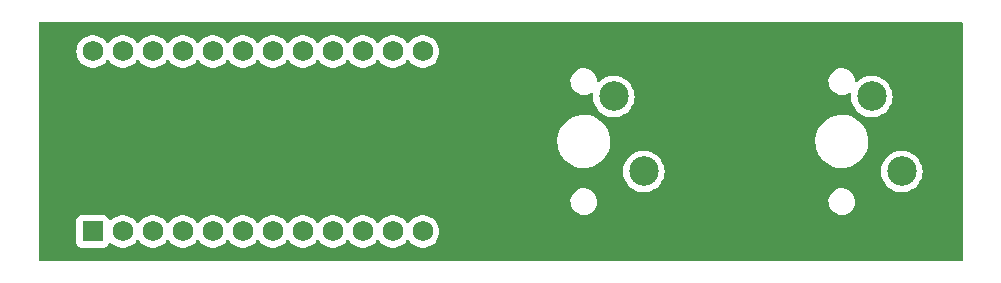
<source format=gbl>
%TF.GenerationSoftware,KiCad,Pcbnew,7.0.10*%
%TF.CreationDate,2024-02-06T21:46:11+00:00*%
%TF.ProjectId,mini_keyboard,6d696e69-5f6b-4657-9962-6f6172642e6b,rev?*%
%TF.SameCoordinates,Original*%
%TF.FileFunction,Copper,L2,Bot*%
%TF.FilePolarity,Positive*%
%FSLAX46Y46*%
G04 Gerber Fmt 4.6, Leading zero omitted, Abs format (unit mm)*
G04 Created by KiCad (PCBNEW 7.0.10) date 2024-02-06 21:46:11*
%MOMM*%
%LPD*%
G01*
G04 APERTURE LIST*
%TA.AperFunction,ComponentPad*%
%ADD10C,2.500000*%
%TD*%
%TA.AperFunction,ComponentPad*%
%ADD11R,1.752600X1.752600*%
%TD*%
%TA.AperFunction,ComponentPad*%
%ADD12C,1.752600*%
%TD*%
G04 APERTURE END LIST*
D10*
%TO.P,S2,1,1*%
%TO.N,GND*%
X172720000Y-96520000D03*
%TO.P,S2,2,2*%
%TO.N,BTN 2*%
X175260000Y-102870000D03*
%TD*%
D11*
%TO.P,U1,1,TX0/PD3*%
%TO.N,unconnected-(U1-TX0{slash}PD3-Pad1)*%
X106750000Y-107950000D03*
D12*
%TO.P,U1,2,RX1/PD2*%
%TO.N,unconnected-(U1-RX1{slash}PD2-Pad2)*%
X109290000Y-107950000D03*
%TO.P,U1,3,GND*%
%TO.N,unconnected-(U1-GND-Pad3)*%
X111830000Y-107950000D03*
%TO.P,U1,4,GND*%
%TO.N,GND*%
X114370000Y-107950000D03*
%TO.P,U1,5,2/PD1*%
%TO.N,BTN 1*%
X116910000Y-107950000D03*
%TO.P,U1,6,3/PD0*%
%TO.N,BTN 2*%
X119450000Y-107950000D03*
%TO.P,U1,7,4/PD4*%
%TO.N,unconnected-(U1-4{slash}PD4-Pad7)*%
X121990000Y-107950000D03*
%TO.P,U1,8,5/PC6*%
%TO.N,unconnected-(U1-5{slash}PC6-Pad8)*%
X124530000Y-107950000D03*
%TO.P,U1,9,6/PD7*%
%TO.N,unconnected-(U1-6{slash}PD7-Pad9)*%
X127070000Y-107950000D03*
%TO.P,U1,10,7/PE6*%
%TO.N,unconnected-(U1-7{slash}PE6-Pad10)*%
X129610000Y-107950000D03*
%TO.P,U1,11,8/PB4*%
%TO.N,unconnected-(U1-8{slash}PB4-Pad11)*%
X132150000Y-107950000D03*
%TO.P,U1,12,9/PB5*%
%TO.N,unconnected-(U1-9{slash}PB5-Pad12)*%
X134690000Y-107950000D03*
%TO.P,U1,13,10/PB6*%
%TO.N,unconnected-(U1-10{slash}PB6-Pad13)*%
X134690000Y-92710000D03*
%TO.P,U1,14,16/PB2*%
%TO.N,unconnected-(U1-16{slash}PB2-Pad14)*%
X132150000Y-92710000D03*
%TO.P,U1,15,14/PB3*%
%TO.N,unconnected-(U1-14{slash}PB3-Pad15)*%
X129610000Y-92710000D03*
%TO.P,U1,16,15/PB1*%
%TO.N,unconnected-(U1-15{slash}PB1-Pad16)*%
X127070000Y-92710000D03*
%TO.P,U1,17,A0/PF7*%
%TO.N,unconnected-(U1-A0{slash}PF7-Pad17)*%
X124530000Y-92710000D03*
%TO.P,U1,18,A1/PF6*%
%TO.N,unconnected-(U1-A1{slash}PF6-Pad18)*%
X121990000Y-92710000D03*
%TO.P,U1,19,A2/PF5*%
%TO.N,unconnected-(U1-A2{slash}PF5-Pad19)*%
X119450000Y-92710000D03*
%TO.P,U1,20,A3/PF4*%
%TO.N,unconnected-(U1-A3{slash}PF4-Pad20)*%
X116910000Y-92710000D03*
%TO.P,U1,21,VCC*%
%TO.N,unconnected-(U1-VCC-Pad21)*%
X114370000Y-92710000D03*
%TO.P,U1,22,RST*%
%TO.N,unconnected-(U1-RST-Pad22)*%
X111830000Y-92710000D03*
%TO.P,U1,23,GND*%
%TO.N,unconnected-(U1-GND-Pad23)*%
X109290000Y-92710000D03*
%TO.P,U1,24,RAW*%
%TO.N,unconnected-(U1-RAW-Pad24)*%
X106750000Y-92710000D03*
%TD*%
D10*
%TO.P,S1,1,1*%
%TO.N,GND*%
X150876000Y-96520000D03*
%TO.P,S1,2,2*%
%TO.N,BTN 1*%
X153416000Y-102870000D03*
%TD*%
%TA.AperFunction,NonConductor*%
G36*
X180349539Y-90190185D02*
G01*
X180395294Y-90242989D01*
X180406500Y-90294500D01*
X180406500Y-110365500D01*
X180386815Y-110432539D01*
X180334011Y-110478294D01*
X180282500Y-110489500D01*
X102299500Y-110489500D01*
X102232461Y-110469815D01*
X102186706Y-110417011D01*
X102175500Y-110365500D01*
X102175500Y-108874170D01*
X105373200Y-108874170D01*
X105373201Y-108874176D01*
X105379608Y-108933783D01*
X105429902Y-109068628D01*
X105429906Y-109068635D01*
X105516152Y-109183844D01*
X105516155Y-109183847D01*
X105631364Y-109270093D01*
X105631371Y-109270097D01*
X105766217Y-109320391D01*
X105766216Y-109320391D01*
X105773144Y-109321135D01*
X105825827Y-109326800D01*
X107674172Y-109326799D01*
X107733783Y-109320391D01*
X107868631Y-109270096D01*
X107983846Y-109183846D01*
X108070096Y-109068631D01*
X108108586Y-108965434D01*
X108150457Y-108909500D01*
X108215921Y-108885083D01*
X108284194Y-108899934D01*
X108315994Y-108924781D01*
X108354323Y-108966417D01*
X108534381Y-109106561D01*
X108735050Y-109215158D01*
X108950857Y-109289245D01*
X109175915Y-109326800D01*
X109404085Y-109326800D01*
X109629143Y-109289245D01*
X109844950Y-109215158D01*
X110045619Y-109106561D01*
X110225677Y-108966417D01*
X110380213Y-108798547D01*
X110456191Y-108682252D01*
X110509337Y-108636896D01*
X110578568Y-108627472D01*
X110641904Y-108656973D01*
X110663809Y-108682253D01*
X110739787Y-108798548D01*
X110864281Y-108933783D01*
X110894323Y-108966417D01*
X111074381Y-109106561D01*
X111275050Y-109215158D01*
X111490857Y-109289245D01*
X111715915Y-109326800D01*
X111944085Y-109326800D01*
X112169143Y-109289245D01*
X112384950Y-109215158D01*
X112585619Y-109106561D01*
X112765677Y-108966417D01*
X112920213Y-108798547D01*
X112996191Y-108682252D01*
X113049337Y-108636896D01*
X113118568Y-108627472D01*
X113181904Y-108656973D01*
X113203809Y-108682253D01*
X113279787Y-108798548D01*
X113404281Y-108933783D01*
X113434323Y-108966417D01*
X113614381Y-109106561D01*
X113815050Y-109215158D01*
X114030857Y-109289245D01*
X114255915Y-109326800D01*
X114484085Y-109326800D01*
X114709143Y-109289245D01*
X114924950Y-109215158D01*
X115125619Y-109106561D01*
X115305677Y-108966417D01*
X115460213Y-108798547D01*
X115536191Y-108682252D01*
X115589337Y-108636896D01*
X115658568Y-108627472D01*
X115721904Y-108656973D01*
X115743809Y-108682253D01*
X115819787Y-108798548D01*
X115944281Y-108933783D01*
X115974323Y-108966417D01*
X116154381Y-109106561D01*
X116355050Y-109215158D01*
X116570857Y-109289245D01*
X116795915Y-109326800D01*
X117024085Y-109326800D01*
X117249143Y-109289245D01*
X117464950Y-109215158D01*
X117665619Y-109106561D01*
X117845677Y-108966417D01*
X118000213Y-108798547D01*
X118076191Y-108682252D01*
X118129337Y-108636896D01*
X118198568Y-108627472D01*
X118261904Y-108656973D01*
X118283809Y-108682253D01*
X118359787Y-108798548D01*
X118484281Y-108933783D01*
X118514323Y-108966417D01*
X118694381Y-109106561D01*
X118895050Y-109215158D01*
X119110857Y-109289245D01*
X119335915Y-109326800D01*
X119564085Y-109326800D01*
X119789143Y-109289245D01*
X120004950Y-109215158D01*
X120205619Y-109106561D01*
X120385677Y-108966417D01*
X120540213Y-108798547D01*
X120616191Y-108682252D01*
X120669337Y-108636896D01*
X120738568Y-108627472D01*
X120801904Y-108656973D01*
X120823809Y-108682253D01*
X120899787Y-108798548D01*
X121024281Y-108933783D01*
X121054323Y-108966417D01*
X121234381Y-109106561D01*
X121435050Y-109215158D01*
X121650857Y-109289245D01*
X121875915Y-109326800D01*
X122104085Y-109326800D01*
X122329143Y-109289245D01*
X122544950Y-109215158D01*
X122745619Y-109106561D01*
X122925677Y-108966417D01*
X123080213Y-108798547D01*
X123156191Y-108682252D01*
X123209337Y-108636896D01*
X123278568Y-108627472D01*
X123341904Y-108656973D01*
X123363809Y-108682253D01*
X123439787Y-108798548D01*
X123564281Y-108933783D01*
X123594323Y-108966417D01*
X123774381Y-109106561D01*
X123975050Y-109215158D01*
X124190857Y-109289245D01*
X124415915Y-109326800D01*
X124644085Y-109326800D01*
X124869143Y-109289245D01*
X125084950Y-109215158D01*
X125285619Y-109106561D01*
X125465677Y-108966417D01*
X125620213Y-108798547D01*
X125696191Y-108682252D01*
X125749337Y-108636896D01*
X125818568Y-108627472D01*
X125881904Y-108656973D01*
X125903809Y-108682253D01*
X125979787Y-108798548D01*
X126104281Y-108933783D01*
X126134323Y-108966417D01*
X126314381Y-109106561D01*
X126515050Y-109215158D01*
X126730857Y-109289245D01*
X126955915Y-109326800D01*
X127184085Y-109326800D01*
X127409143Y-109289245D01*
X127624950Y-109215158D01*
X127825619Y-109106561D01*
X128005677Y-108966417D01*
X128160213Y-108798547D01*
X128236191Y-108682252D01*
X128289337Y-108636896D01*
X128358568Y-108627472D01*
X128421904Y-108656973D01*
X128443809Y-108682253D01*
X128519787Y-108798548D01*
X128644281Y-108933783D01*
X128674323Y-108966417D01*
X128854381Y-109106561D01*
X129055050Y-109215158D01*
X129270857Y-109289245D01*
X129495915Y-109326800D01*
X129724085Y-109326800D01*
X129949143Y-109289245D01*
X130164950Y-109215158D01*
X130365619Y-109106561D01*
X130545677Y-108966417D01*
X130700213Y-108798547D01*
X130776191Y-108682252D01*
X130829337Y-108636896D01*
X130898568Y-108627472D01*
X130961904Y-108656973D01*
X130983809Y-108682253D01*
X131059787Y-108798548D01*
X131184281Y-108933783D01*
X131214323Y-108966417D01*
X131394381Y-109106561D01*
X131595050Y-109215158D01*
X131810857Y-109289245D01*
X132035915Y-109326800D01*
X132264085Y-109326800D01*
X132489143Y-109289245D01*
X132704950Y-109215158D01*
X132905619Y-109106561D01*
X133085677Y-108966417D01*
X133240213Y-108798547D01*
X133316191Y-108682252D01*
X133369337Y-108636896D01*
X133438568Y-108627472D01*
X133501904Y-108656973D01*
X133523809Y-108682253D01*
X133599787Y-108798548D01*
X133724281Y-108933783D01*
X133754323Y-108966417D01*
X133934381Y-109106561D01*
X134135050Y-109215158D01*
X134350857Y-109289245D01*
X134575915Y-109326800D01*
X134804085Y-109326800D01*
X135029143Y-109289245D01*
X135244950Y-109215158D01*
X135445619Y-109106561D01*
X135625677Y-108966417D01*
X135780213Y-108798547D01*
X135905010Y-108607530D01*
X135996664Y-108398578D01*
X136052677Y-108177391D01*
X136071519Y-107950000D01*
X136052677Y-107722609D01*
X135996664Y-107501422D01*
X135905010Y-107292470D01*
X135780213Y-107101453D01*
X135780212Y-107101451D01*
X135625680Y-106933586D01*
X135625676Y-106933582D01*
X135445620Y-106793440D01*
X135445619Y-106793439D01*
X135244950Y-106684842D01*
X135244942Y-106684839D01*
X135029145Y-106610755D01*
X134804085Y-106573200D01*
X134575915Y-106573200D01*
X134350854Y-106610755D01*
X134135057Y-106684839D01*
X134135049Y-106684842D01*
X133934379Y-106793440D01*
X133754323Y-106933582D01*
X133754319Y-106933586D01*
X133599787Y-107101451D01*
X133523809Y-107217746D01*
X133470663Y-107263103D01*
X133401431Y-107272527D01*
X133338095Y-107243025D01*
X133316191Y-107217746D01*
X133240212Y-107101451D01*
X133085680Y-106933586D01*
X133085676Y-106933582D01*
X132905620Y-106793440D01*
X132905619Y-106793439D01*
X132704950Y-106684842D01*
X132704942Y-106684839D01*
X132489145Y-106610755D01*
X132264085Y-106573200D01*
X132035915Y-106573200D01*
X131810854Y-106610755D01*
X131595057Y-106684839D01*
X131595049Y-106684842D01*
X131394379Y-106793440D01*
X131214323Y-106933582D01*
X131214319Y-106933586D01*
X131059787Y-107101451D01*
X130983809Y-107217746D01*
X130930663Y-107263103D01*
X130861431Y-107272527D01*
X130798095Y-107243025D01*
X130776191Y-107217746D01*
X130700212Y-107101451D01*
X130545680Y-106933586D01*
X130545676Y-106933582D01*
X130365620Y-106793440D01*
X130365619Y-106793439D01*
X130164950Y-106684842D01*
X130164942Y-106684839D01*
X129949145Y-106610755D01*
X129724085Y-106573200D01*
X129495915Y-106573200D01*
X129270854Y-106610755D01*
X129055057Y-106684839D01*
X129055049Y-106684842D01*
X128854379Y-106793440D01*
X128674323Y-106933582D01*
X128674319Y-106933586D01*
X128519787Y-107101451D01*
X128443809Y-107217746D01*
X128390663Y-107263103D01*
X128321431Y-107272527D01*
X128258095Y-107243025D01*
X128236191Y-107217746D01*
X128160212Y-107101451D01*
X128005680Y-106933586D01*
X128005676Y-106933582D01*
X127825620Y-106793440D01*
X127825619Y-106793439D01*
X127624950Y-106684842D01*
X127624942Y-106684839D01*
X127409145Y-106610755D01*
X127184085Y-106573200D01*
X126955915Y-106573200D01*
X126730854Y-106610755D01*
X126515057Y-106684839D01*
X126515049Y-106684842D01*
X126314379Y-106793440D01*
X126134323Y-106933582D01*
X126134319Y-106933586D01*
X125979787Y-107101451D01*
X125903809Y-107217746D01*
X125850663Y-107263103D01*
X125781431Y-107272527D01*
X125718095Y-107243025D01*
X125696191Y-107217746D01*
X125620212Y-107101451D01*
X125465680Y-106933586D01*
X125465676Y-106933582D01*
X125285620Y-106793440D01*
X125285619Y-106793439D01*
X125084950Y-106684842D01*
X125084942Y-106684839D01*
X124869145Y-106610755D01*
X124644085Y-106573200D01*
X124415915Y-106573200D01*
X124190854Y-106610755D01*
X123975057Y-106684839D01*
X123975049Y-106684842D01*
X123774379Y-106793440D01*
X123594323Y-106933582D01*
X123594319Y-106933586D01*
X123439787Y-107101451D01*
X123363809Y-107217746D01*
X123310663Y-107263103D01*
X123241431Y-107272527D01*
X123178095Y-107243025D01*
X123156191Y-107217746D01*
X123080212Y-107101451D01*
X122925680Y-106933586D01*
X122925676Y-106933582D01*
X122745620Y-106793440D01*
X122745619Y-106793439D01*
X122544950Y-106684842D01*
X122544942Y-106684839D01*
X122329145Y-106610755D01*
X122104085Y-106573200D01*
X121875915Y-106573200D01*
X121650854Y-106610755D01*
X121435057Y-106684839D01*
X121435049Y-106684842D01*
X121234379Y-106793440D01*
X121054323Y-106933582D01*
X121054319Y-106933586D01*
X120899787Y-107101451D01*
X120823809Y-107217746D01*
X120770663Y-107263103D01*
X120701431Y-107272527D01*
X120638095Y-107243025D01*
X120616191Y-107217746D01*
X120540212Y-107101451D01*
X120385680Y-106933586D01*
X120385676Y-106933582D01*
X120205620Y-106793440D01*
X120205619Y-106793439D01*
X120004950Y-106684842D01*
X120004942Y-106684839D01*
X119789145Y-106610755D01*
X119564085Y-106573200D01*
X119335915Y-106573200D01*
X119110854Y-106610755D01*
X118895057Y-106684839D01*
X118895049Y-106684842D01*
X118694379Y-106793440D01*
X118514323Y-106933582D01*
X118514319Y-106933586D01*
X118359787Y-107101451D01*
X118283809Y-107217746D01*
X118230663Y-107263103D01*
X118161431Y-107272527D01*
X118098095Y-107243025D01*
X118076191Y-107217746D01*
X118000212Y-107101451D01*
X117845680Y-106933586D01*
X117845676Y-106933582D01*
X117665620Y-106793440D01*
X117665619Y-106793439D01*
X117464950Y-106684842D01*
X117464942Y-106684839D01*
X117249145Y-106610755D01*
X117024085Y-106573200D01*
X116795915Y-106573200D01*
X116570854Y-106610755D01*
X116355057Y-106684839D01*
X116355049Y-106684842D01*
X116154379Y-106793440D01*
X115974323Y-106933582D01*
X115974319Y-106933586D01*
X115819787Y-107101451D01*
X115743809Y-107217746D01*
X115690663Y-107263103D01*
X115621431Y-107272527D01*
X115558095Y-107243025D01*
X115536191Y-107217746D01*
X115460212Y-107101451D01*
X115305680Y-106933586D01*
X115305676Y-106933582D01*
X115125620Y-106793440D01*
X115125619Y-106793439D01*
X114924950Y-106684842D01*
X114924942Y-106684839D01*
X114709145Y-106610755D01*
X114484085Y-106573200D01*
X114255915Y-106573200D01*
X114030854Y-106610755D01*
X113815057Y-106684839D01*
X113815049Y-106684842D01*
X113614379Y-106793440D01*
X113434323Y-106933582D01*
X113434319Y-106933586D01*
X113279787Y-107101451D01*
X113203809Y-107217746D01*
X113150663Y-107263103D01*
X113081431Y-107272527D01*
X113018095Y-107243025D01*
X112996191Y-107217746D01*
X112920212Y-107101451D01*
X112765680Y-106933586D01*
X112765676Y-106933582D01*
X112585620Y-106793440D01*
X112585619Y-106793439D01*
X112384950Y-106684842D01*
X112384942Y-106684839D01*
X112169145Y-106610755D01*
X111944085Y-106573200D01*
X111715915Y-106573200D01*
X111490854Y-106610755D01*
X111275057Y-106684839D01*
X111275049Y-106684842D01*
X111074379Y-106793440D01*
X110894323Y-106933582D01*
X110894319Y-106933586D01*
X110739787Y-107101451D01*
X110663809Y-107217746D01*
X110610663Y-107263103D01*
X110541431Y-107272527D01*
X110478095Y-107243025D01*
X110456191Y-107217746D01*
X110380212Y-107101451D01*
X110225680Y-106933586D01*
X110225676Y-106933582D01*
X110045620Y-106793440D01*
X110045619Y-106793439D01*
X109844950Y-106684842D01*
X109844942Y-106684839D01*
X109629145Y-106610755D01*
X109404085Y-106573200D01*
X109175915Y-106573200D01*
X108950854Y-106610755D01*
X108735057Y-106684839D01*
X108735049Y-106684842D01*
X108534379Y-106793440D01*
X108354324Y-106933581D01*
X108315997Y-106975216D01*
X108256110Y-107011206D01*
X108186272Y-107009105D01*
X108128656Y-106969580D01*
X108108586Y-106934565D01*
X108070097Y-106831371D01*
X108070093Y-106831364D01*
X107983847Y-106716155D01*
X107983844Y-106716152D01*
X107868635Y-106629906D01*
X107868628Y-106629902D01*
X107733782Y-106579608D01*
X107733783Y-106579608D01*
X107674183Y-106573201D01*
X107674181Y-106573200D01*
X107674173Y-106573200D01*
X107674164Y-106573200D01*
X105825829Y-106573200D01*
X105825823Y-106573201D01*
X105766216Y-106579608D01*
X105631371Y-106629902D01*
X105631364Y-106629906D01*
X105516155Y-106716152D01*
X105516152Y-106716155D01*
X105429906Y-106831364D01*
X105429902Y-106831371D01*
X105379608Y-106966217D01*
X105373201Y-107025816D01*
X105373200Y-107025835D01*
X105373200Y-108874170D01*
X102175500Y-108874170D01*
X102175500Y-105356202D01*
X147206660Y-105356202D01*
X147216887Y-105570901D01*
X147242519Y-105676557D01*
X147267563Y-105779790D01*
X147356854Y-105975310D01*
X147421309Y-106065824D01*
X147481535Y-106150400D01*
X147481540Y-106150406D01*
X147637094Y-106298725D01*
X147637096Y-106298726D01*
X147637097Y-106298727D01*
X147817920Y-106414935D01*
X148017468Y-106494822D01*
X148122998Y-106515161D01*
X148228527Y-106535500D01*
X148228528Y-106535500D01*
X148389612Y-106535500D01*
X148389618Y-106535500D01*
X148549971Y-106520188D01*
X148756209Y-106459631D01*
X148947259Y-106361138D01*
X149116217Y-106228268D01*
X149256976Y-106065824D01*
X149364448Y-105879677D01*
X149434750Y-105676554D01*
X149465339Y-105463797D01*
X149460214Y-105356202D01*
X169050660Y-105356202D01*
X169060887Y-105570901D01*
X169086519Y-105676557D01*
X169111563Y-105779790D01*
X169200854Y-105975310D01*
X169265309Y-106065824D01*
X169325535Y-106150400D01*
X169325540Y-106150406D01*
X169481094Y-106298725D01*
X169481096Y-106298726D01*
X169481097Y-106298727D01*
X169661920Y-106414935D01*
X169861468Y-106494822D01*
X169966998Y-106515161D01*
X170072527Y-106535500D01*
X170072528Y-106535500D01*
X170233612Y-106535500D01*
X170233618Y-106535500D01*
X170393971Y-106520188D01*
X170600209Y-106459631D01*
X170791259Y-106361138D01*
X170960217Y-106228268D01*
X171100976Y-106065824D01*
X171208448Y-105879677D01*
X171278750Y-105676554D01*
X171309339Y-105463797D01*
X171299112Y-105249096D01*
X171248437Y-105040210D01*
X171159146Y-104844690D01*
X171034466Y-104669601D01*
X171034464Y-104669599D01*
X171034459Y-104669593D01*
X170878905Y-104521274D01*
X170698080Y-104405065D01*
X170498530Y-104325177D01*
X170287473Y-104284500D01*
X170287472Y-104284500D01*
X170126382Y-104284500D01*
X169966029Y-104299812D01*
X169966025Y-104299813D01*
X169759793Y-104360368D01*
X169568736Y-104458864D01*
X169399785Y-104591729D01*
X169399782Y-104591733D01*
X169259021Y-104754178D01*
X169151553Y-104940319D01*
X169081251Y-105143442D01*
X169081250Y-105143444D01*
X169050661Y-105356200D01*
X169050660Y-105356202D01*
X149460214Y-105356202D01*
X149455112Y-105249096D01*
X149404437Y-105040210D01*
X149315146Y-104844690D01*
X149190466Y-104669601D01*
X149190464Y-104669599D01*
X149190459Y-104669593D01*
X149034905Y-104521274D01*
X148854080Y-104405065D01*
X148654530Y-104325177D01*
X148443473Y-104284500D01*
X148443472Y-104284500D01*
X148282382Y-104284500D01*
X148122029Y-104299812D01*
X148122025Y-104299813D01*
X147915793Y-104360368D01*
X147724736Y-104458864D01*
X147555785Y-104591729D01*
X147555782Y-104591733D01*
X147415021Y-104754178D01*
X147307553Y-104940319D01*
X147237251Y-105143442D01*
X147237250Y-105143444D01*
X147206661Y-105356200D01*
X147206660Y-105356202D01*
X102175500Y-105356202D01*
X102175500Y-102870004D01*
X151660592Y-102870004D01*
X151680196Y-103131620D01*
X151680197Y-103131625D01*
X151738576Y-103387402D01*
X151738578Y-103387411D01*
X151738580Y-103387416D01*
X151834432Y-103631643D01*
X151965614Y-103858857D01*
X152097736Y-104024533D01*
X152129198Y-104063985D01*
X152310753Y-104232441D01*
X152321521Y-104242433D01*
X152538296Y-104390228D01*
X152538301Y-104390230D01*
X152538302Y-104390231D01*
X152538303Y-104390232D01*
X152663843Y-104450688D01*
X152774673Y-104504061D01*
X152774674Y-104504061D01*
X152774677Y-104504063D01*
X153025385Y-104581396D01*
X153284818Y-104620500D01*
X153547182Y-104620500D01*
X153806615Y-104581396D01*
X154057323Y-104504063D01*
X154293704Y-104390228D01*
X154510479Y-104242433D01*
X154702805Y-104063981D01*
X154866386Y-103858857D01*
X154997568Y-103631643D01*
X155093420Y-103387416D01*
X155151802Y-103131630D01*
X155171408Y-102870004D01*
X173504592Y-102870004D01*
X173524196Y-103131620D01*
X173524197Y-103131625D01*
X173582576Y-103387402D01*
X173582578Y-103387411D01*
X173582580Y-103387416D01*
X173678432Y-103631643D01*
X173809614Y-103858857D01*
X173941736Y-104024533D01*
X173973198Y-104063985D01*
X174154753Y-104232441D01*
X174165521Y-104242433D01*
X174382296Y-104390228D01*
X174382301Y-104390230D01*
X174382302Y-104390231D01*
X174382303Y-104390232D01*
X174507843Y-104450688D01*
X174618673Y-104504061D01*
X174618674Y-104504061D01*
X174618677Y-104504063D01*
X174869385Y-104581396D01*
X175128818Y-104620500D01*
X175391182Y-104620500D01*
X175650615Y-104581396D01*
X175901323Y-104504063D01*
X176137704Y-104390228D01*
X176354479Y-104242433D01*
X176546805Y-104063981D01*
X176710386Y-103858857D01*
X176841568Y-103631643D01*
X176937420Y-103387416D01*
X176995802Y-103131630D01*
X177015408Y-102870000D01*
X176995802Y-102608370D01*
X176937420Y-102352584D01*
X176841568Y-102108357D01*
X176710386Y-101881143D01*
X176546805Y-101676019D01*
X176546804Y-101676018D01*
X176546801Y-101676014D01*
X176354479Y-101497567D01*
X176137704Y-101349772D01*
X176137700Y-101349770D01*
X176137697Y-101349768D01*
X176137696Y-101349767D01*
X175901325Y-101235938D01*
X175901327Y-101235938D01*
X175650623Y-101158606D01*
X175650619Y-101158605D01*
X175650615Y-101158604D01*
X175525823Y-101139794D01*
X175391187Y-101119500D01*
X175391182Y-101119500D01*
X175128818Y-101119500D01*
X175128812Y-101119500D01*
X174967247Y-101143853D01*
X174869385Y-101158604D01*
X174869382Y-101158605D01*
X174869376Y-101158606D01*
X174618673Y-101235938D01*
X174382303Y-101349767D01*
X174382302Y-101349768D01*
X174165520Y-101497567D01*
X173973198Y-101676014D01*
X173809614Y-101881143D01*
X173678432Y-102108356D01*
X173582582Y-102352578D01*
X173582576Y-102352597D01*
X173524197Y-102608374D01*
X173524196Y-102608379D01*
X173504592Y-102869995D01*
X173504592Y-102870004D01*
X155171408Y-102870004D01*
X155171408Y-102870000D01*
X155151802Y-102608370D01*
X155093420Y-102352584D01*
X154997568Y-102108357D01*
X154866386Y-101881143D01*
X154702805Y-101676019D01*
X154702804Y-101676018D01*
X154702801Y-101676014D01*
X154510479Y-101497567D01*
X154293704Y-101349772D01*
X154293700Y-101349770D01*
X154293697Y-101349768D01*
X154293696Y-101349767D01*
X154057325Y-101235938D01*
X154057327Y-101235938D01*
X153806623Y-101158606D01*
X153806619Y-101158605D01*
X153806615Y-101158604D01*
X153681823Y-101139794D01*
X153547187Y-101119500D01*
X153547182Y-101119500D01*
X153284818Y-101119500D01*
X153284812Y-101119500D01*
X153123247Y-101143853D01*
X153025385Y-101158604D01*
X153025382Y-101158605D01*
X153025376Y-101158606D01*
X152774673Y-101235938D01*
X152538303Y-101349767D01*
X152538302Y-101349768D01*
X152321520Y-101497567D01*
X152129198Y-101676014D01*
X151965614Y-101881143D01*
X151834432Y-102108356D01*
X151738582Y-102352578D01*
X151738576Y-102352597D01*
X151680197Y-102608374D01*
X151680196Y-102608379D01*
X151660592Y-102869995D01*
X151660592Y-102870004D01*
X102175500Y-102870004D01*
X102175500Y-100405373D01*
X146081723Y-100405373D01*
X146111881Y-100705160D01*
X146111882Y-100705162D01*
X146181728Y-100998252D01*
X146181733Y-100998266D01*
X146290020Y-101279427D01*
X146290024Y-101279436D01*
X146434825Y-101543665D01*
X146434829Y-101543671D01*
X146532340Y-101676014D01*
X146613554Y-101786238D01*
X146613561Y-101786245D01*
X146823019Y-102002823D01*
X147059478Y-102189553D01*
X147059480Y-102189554D01*
X147059485Y-102189558D01*
X147318730Y-102343109D01*
X147596128Y-102460736D01*
X147886729Y-102540340D01*
X148185347Y-102580500D01*
X148185351Y-102580500D01*
X148411252Y-102580500D01*
X148575164Y-102569526D01*
X148636634Y-102565412D01*
X148931903Y-102505396D01*
X149216537Y-102406560D01*
X149485459Y-102270668D01*
X149733869Y-102100144D01*
X149957333Y-101898032D01*
X150151865Y-101667939D01*
X150313993Y-101413970D01*
X150440823Y-101140658D01*
X150530093Y-100852879D01*
X150580209Y-100555770D01*
X150585237Y-100405373D01*
X167925723Y-100405373D01*
X167955881Y-100705160D01*
X167955882Y-100705162D01*
X168025728Y-100998252D01*
X168025733Y-100998266D01*
X168134020Y-101279427D01*
X168134024Y-101279436D01*
X168278825Y-101543665D01*
X168278829Y-101543671D01*
X168376340Y-101676014D01*
X168457554Y-101786238D01*
X168457561Y-101786245D01*
X168667019Y-102002823D01*
X168903478Y-102189553D01*
X168903480Y-102189554D01*
X168903485Y-102189558D01*
X169162730Y-102343109D01*
X169440128Y-102460736D01*
X169730729Y-102540340D01*
X170029347Y-102580500D01*
X170029351Y-102580500D01*
X170255252Y-102580500D01*
X170419164Y-102569526D01*
X170480634Y-102565412D01*
X170775903Y-102505396D01*
X171060537Y-102406560D01*
X171329459Y-102270668D01*
X171577869Y-102100144D01*
X171801333Y-101898032D01*
X171995865Y-101667939D01*
X172157993Y-101413970D01*
X172284823Y-101140658D01*
X172374093Y-100852879D01*
X172424209Y-100555770D01*
X172434277Y-100254631D01*
X172404118Y-99954838D01*
X172334269Y-99661739D01*
X172225977Y-99380566D01*
X172081175Y-99116335D01*
X171902446Y-98873762D01*
X171692980Y-98657176D01*
X171569742Y-98559856D01*
X171456521Y-98470446D01*
X171456517Y-98470443D01*
X171456515Y-98470442D01*
X171197270Y-98316891D01*
X170919872Y-98199264D01*
X170919863Y-98199261D01*
X170629272Y-98119660D01*
X170554616Y-98109620D01*
X170330653Y-98079500D01*
X170104756Y-98079500D01*
X170104748Y-98079500D01*
X169879368Y-98094587D01*
X169879359Y-98094589D01*
X169584094Y-98154604D01*
X169299464Y-98253439D01*
X169299459Y-98253441D01*
X169030546Y-98389328D01*
X168782125Y-98559860D01*
X168558665Y-98761969D01*
X168364132Y-98992064D01*
X168202006Y-99246030D01*
X168202005Y-99246032D01*
X168075181Y-99519333D01*
X168075177Y-99519342D01*
X168075176Y-99519346D01*
X167985907Y-99807118D01*
X167935791Y-100104230D01*
X167925723Y-100405373D01*
X150585237Y-100405373D01*
X150590277Y-100254631D01*
X150560118Y-99954838D01*
X150490269Y-99661739D01*
X150381977Y-99380566D01*
X150237175Y-99116335D01*
X150058446Y-98873762D01*
X149848980Y-98657176D01*
X149725742Y-98559856D01*
X149612521Y-98470446D01*
X149612517Y-98470443D01*
X149612515Y-98470442D01*
X149353270Y-98316891D01*
X149075872Y-98199264D01*
X149075863Y-98199261D01*
X148785272Y-98119660D01*
X148710616Y-98109620D01*
X148486653Y-98079500D01*
X148260756Y-98079500D01*
X148260748Y-98079500D01*
X148035368Y-98094587D01*
X148035359Y-98094589D01*
X147740094Y-98154604D01*
X147455464Y-98253439D01*
X147455459Y-98253441D01*
X147186546Y-98389328D01*
X146938125Y-98559860D01*
X146714665Y-98761969D01*
X146520132Y-98992064D01*
X146358006Y-99246030D01*
X146358005Y-99246032D01*
X146231181Y-99519333D01*
X146231177Y-99519342D01*
X146231176Y-99519346D01*
X146141907Y-99807118D01*
X146091791Y-100104230D01*
X146081723Y-100405373D01*
X102175500Y-100405373D01*
X102175500Y-95196202D01*
X147206660Y-95196202D01*
X147216887Y-95410901D01*
X147267563Y-95619790D01*
X147356854Y-95815310D01*
X147481534Y-95990399D01*
X147481535Y-95990400D01*
X147481540Y-95990406D01*
X147637094Y-96138725D01*
X147637096Y-96138726D01*
X147637097Y-96138727D01*
X147817920Y-96254935D01*
X148017468Y-96334822D01*
X148122998Y-96355161D01*
X148228527Y-96375500D01*
X148228528Y-96375500D01*
X148389612Y-96375500D01*
X148389618Y-96375500D01*
X148549971Y-96360188D01*
X148756209Y-96299631D01*
X148947259Y-96201138D01*
X148947260Y-96201136D01*
X148952509Y-96198431D01*
X148953356Y-96200075D01*
X149012208Y-96182788D01*
X149079250Y-96202466D01*
X149125010Y-96255265D01*
X149135874Y-96316054D01*
X149120592Y-96519995D01*
X149120592Y-96520004D01*
X149140196Y-96781620D01*
X149140197Y-96781625D01*
X149198576Y-97037402D01*
X149198578Y-97037411D01*
X149198580Y-97037416D01*
X149294432Y-97281643D01*
X149425614Y-97508857D01*
X149557736Y-97674533D01*
X149589198Y-97713985D01*
X149770753Y-97882441D01*
X149781521Y-97892433D01*
X149998296Y-98040228D01*
X149998301Y-98040230D01*
X149998302Y-98040231D01*
X149998303Y-98040232D01*
X150079845Y-98079500D01*
X150234673Y-98154061D01*
X150234674Y-98154061D01*
X150234677Y-98154063D01*
X150485385Y-98231396D01*
X150744818Y-98270500D01*
X151007182Y-98270500D01*
X151266615Y-98231396D01*
X151517323Y-98154063D01*
X151753704Y-98040228D01*
X151970479Y-97892433D01*
X152162805Y-97713981D01*
X152326386Y-97508857D01*
X152457568Y-97281643D01*
X152553420Y-97037416D01*
X152611802Y-96781630D01*
X152631408Y-96520000D01*
X152620579Y-96375500D01*
X152611803Y-96258379D01*
X152611802Y-96258374D01*
X152611802Y-96258370D01*
X152553420Y-96002584D01*
X152457568Y-95758357D01*
X152326386Y-95531143D01*
X152162805Y-95326019D01*
X152162804Y-95326018D01*
X152162801Y-95326014D01*
X152022896Y-95196202D01*
X169050660Y-95196202D01*
X169060887Y-95410901D01*
X169111563Y-95619790D01*
X169200854Y-95815310D01*
X169325534Y-95990399D01*
X169325535Y-95990400D01*
X169325540Y-95990406D01*
X169481094Y-96138725D01*
X169481096Y-96138726D01*
X169481097Y-96138727D01*
X169661920Y-96254935D01*
X169861468Y-96334822D01*
X169966998Y-96355161D01*
X170072527Y-96375500D01*
X170072528Y-96375500D01*
X170233612Y-96375500D01*
X170233618Y-96375500D01*
X170393971Y-96360188D01*
X170600209Y-96299631D01*
X170791259Y-96201138D01*
X170791260Y-96201136D01*
X170796509Y-96198431D01*
X170797356Y-96200075D01*
X170856208Y-96182788D01*
X170923250Y-96202466D01*
X170969010Y-96255265D01*
X170979874Y-96316054D01*
X170964592Y-96519995D01*
X170964592Y-96520004D01*
X170984196Y-96781620D01*
X170984197Y-96781625D01*
X171042576Y-97037402D01*
X171042578Y-97037411D01*
X171042580Y-97037416D01*
X171138432Y-97281643D01*
X171269614Y-97508857D01*
X171401736Y-97674533D01*
X171433198Y-97713985D01*
X171614753Y-97882441D01*
X171625521Y-97892433D01*
X171842296Y-98040228D01*
X171842301Y-98040230D01*
X171842302Y-98040231D01*
X171842303Y-98040232D01*
X171923845Y-98079500D01*
X172078673Y-98154061D01*
X172078674Y-98154061D01*
X172078677Y-98154063D01*
X172329385Y-98231396D01*
X172588818Y-98270500D01*
X172851182Y-98270500D01*
X173110615Y-98231396D01*
X173361323Y-98154063D01*
X173597704Y-98040228D01*
X173814479Y-97892433D01*
X174006805Y-97713981D01*
X174170386Y-97508857D01*
X174301568Y-97281643D01*
X174397420Y-97037416D01*
X174455802Y-96781630D01*
X174475408Y-96520000D01*
X174464579Y-96375500D01*
X174455803Y-96258379D01*
X174455802Y-96258374D01*
X174455802Y-96258370D01*
X174397420Y-96002584D01*
X174301568Y-95758357D01*
X174170386Y-95531143D01*
X174006805Y-95326019D01*
X174006804Y-95326018D01*
X174006801Y-95326014D01*
X173814479Y-95147567D01*
X173597704Y-94999772D01*
X173597700Y-94999770D01*
X173597697Y-94999768D01*
X173597696Y-94999767D01*
X173361325Y-94885938D01*
X173361327Y-94885938D01*
X173110623Y-94808606D01*
X173110619Y-94808605D01*
X173110615Y-94808604D01*
X172985823Y-94789794D01*
X172851187Y-94769500D01*
X172851182Y-94769500D01*
X172588818Y-94769500D01*
X172588812Y-94769500D01*
X172427247Y-94793853D01*
X172329385Y-94808604D01*
X172329382Y-94808605D01*
X172329376Y-94808606D01*
X172078673Y-94885938D01*
X171842303Y-94999767D01*
X171842302Y-94999768D01*
X171625520Y-95147567D01*
X171511106Y-95253728D01*
X171448573Y-95284896D01*
X171379117Y-95277309D01*
X171324788Y-95233375D01*
X171302905Y-95168729D01*
X171299112Y-95089098D01*
X171277441Y-94999767D01*
X171248437Y-94880210D01*
X171159146Y-94684690D01*
X171034466Y-94509601D01*
X171034464Y-94509599D01*
X171034459Y-94509593D01*
X170878905Y-94361274D01*
X170698080Y-94245065D01*
X170498530Y-94165177D01*
X170287473Y-94124500D01*
X170287472Y-94124500D01*
X170126382Y-94124500D01*
X169966029Y-94139812D01*
X169966025Y-94139813D01*
X169759793Y-94200368D01*
X169568736Y-94298864D01*
X169399785Y-94431729D01*
X169399782Y-94431733D01*
X169259021Y-94594178D01*
X169151553Y-94780319D01*
X169081251Y-94983442D01*
X169081250Y-94983444D01*
X169050661Y-95196200D01*
X169050660Y-95196202D01*
X152022896Y-95196202D01*
X151970479Y-95147567D01*
X151753704Y-94999772D01*
X151753700Y-94999770D01*
X151753697Y-94999768D01*
X151753696Y-94999767D01*
X151517325Y-94885938D01*
X151517327Y-94885938D01*
X151266623Y-94808606D01*
X151266619Y-94808605D01*
X151266615Y-94808604D01*
X151141823Y-94789794D01*
X151007187Y-94769500D01*
X151007182Y-94769500D01*
X150744818Y-94769500D01*
X150744812Y-94769500D01*
X150583247Y-94793853D01*
X150485385Y-94808604D01*
X150485382Y-94808605D01*
X150485376Y-94808606D01*
X150234673Y-94885938D01*
X149998303Y-94999767D01*
X149998302Y-94999768D01*
X149781520Y-95147567D01*
X149667106Y-95253728D01*
X149604573Y-95284896D01*
X149535117Y-95277309D01*
X149480788Y-95233375D01*
X149458905Y-95168729D01*
X149455112Y-95089098D01*
X149433441Y-94999767D01*
X149404437Y-94880210D01*
X149315146Y-94684690D01*
X149190466Y-94509601D01*
X149190464Y-94509599D01*
X149190459Y-94509593D01*
X149034905Y-94361274D01*
X148854080Y-94245065D01*
X148654530Y-94165177D01*
X148443473Y-94124500D01*
X148443472Y-94124500D01*
X148282382Y-94124500D01*
X148122029Y-94139812D01*
X148122025Y-94139813D01*
X147915793Y-94200368D01*
X147724736Y-94298864D01*
X147555785Y-94431729D01*
X147555782Y-94431733D01*
X147415021Y-94594178D01*
X147307553Y-94780319D01*
X147237251Y-94983442D01*
X147237250Y-94983444D01*
X147206661Y-95196200D01*
X147206660Y-95196202D01*
X102175500Y-95196202D01*
X102175500Y-92710005D01*
X105368481Y-92710005D01*
X105387321Y-92937383D01*
X105387323Y-92937391D01*
X105443335Y-93158577D01*
X105534989Y-93367529D01*
X105659787Y-93558548D01*
X105814319Y-93726413D01*
X105814323Y-93726417D01*
X105994381Y-93866561D01*
X106195050Y-93975158D01*
X106410857Y-94049245D01*
X106635915Y-94086800D01*
X106864085Y-94086800D01*
X107089143Y-94049245D01*
X107304950Y-93975158D01*
X107505619Y-93866561D01*
X107685677Y-93726417D01*
X107840213Y-93558547D01*
X107916191Y-93442252D01*
X107969337Y-93396896D01*
X108038568Y-93387472D01*
X108101904Y-93416973D01*
X108123809Y-93442253D01*
X108199787Y-93558548D01*
X108354319Y-93726413D01*
X108354323Y-93726417D01*
X108534381Y-93866561D01*
X108735050Y-93975158D01*
X108950857Y-94049245D01*
X109175915Y-94086800D01*
X109404085Y-94086800D01*
X109629143Y-94049245D01*
X109844950Y-93975158D01*
X110045619Y-93866561D01*
X110225677Y-93726417D01*
X110380213Y-93558547D01*
X110456191Y-93442252D01*
X110509337Y-93396896D01*
X110578568Y-93387472D01*
X110641904Y-93416973D01*
X110663809Y-93442253D01*
X110739787Y-93558548D01*
X110894319Y-93726413D01*
X110894323Y-93726417D01*
X111074381Y-93866561D01*
X111275050Y-93975158D01*
X111490857Y-94049245D01*
X111715915Y-94086800D01*
X111944085Y-94086800D01*
X112169143Y-94049245D01*
X112384950Y-93975158D01*
X112585619Y-93866561D01*
X112765677Y-93726417D01*
X112920213Y-93558547D01*
X112996191Y-93442252D01*
X113049337Y-93396896D01*
X113118568Y-93387472D01*
X113181904Y-93416973D01*
X113203809Y-93442253D01*
X113279787Y-93558548D01*
X113434319Y-93726413D01*
X113434323Y-93726417D01*
X113614381Y-93866561D01*
X113815050Y-93975158D01*
X114030857Y-94049245D01*
X114255915Y-94086800D01*
X114484085Y-94086800D01*
X114709143Y-94049245D01*
X114924950Y-93975158D01*
X115125619Y-93866561D01*
X115305677Y-93726417D01*
X115460213Y-93558547D01*
X115536191Y-93442252D01*
X115589337Y-93396896D01*
X115658568Y-93387472D01*
X115721904Y-93416973D01*
X115743809Y-93442253D01*
X115819787Y-93558548D01*
X115974319Y-93726413D01*
X115974323Y-93726417D01*
X116154381Y-93866561D01*
X116355050Y-93975158D01*
X116570857Y-94049245D01*
X116795915Y-94086800D01*
X117024085Y-94086800D01*
X117249143Y-94049245D01*
X117464950Y-93975158D01*
X117665619Y-93866561D01*
X117845677Y-93726417D01*
X118000213Y-93558547D01*
X118076191Y-93442252D01*
X118129337Y-93396896D01*
X118198568Y-93387472D01*
X118261904Y-93416973D01*
X118283809Y-93442253D01*
X118359787Y-93558548D01*
X118514319Y-93726413D01*
X118514323Y-93726417D01*
X118694381Y-93866561D01*
X118895050Y-93975158D01*
X119110857Y-94049245D01*
X119335915Y-94086800D01*
X119564085Y-94086800D01*
X119789143Y-94049245D01*
X120004950Y-93975158D01*
X120205619Y-93866561D01*
X120385677Y-93726417D01*
X120540213Y-93558547D01*
X120616191Y-93442252D01*
X120669337Y-93396896D01*
X120738568Y-93387472D01*
X120801904Y-93416973D01*
X120823809Y-93442253D01*
X120899787Y-93558548D01*
X121054319Y-93726413D01*
X121054323Y-93726417D01*
X121234381Y-93866561D01*
X121435050Y-93975158D01*
X121650857Y-94049245D01*
X121875915Y-94086800D01*
X122104085Y-94086800D01*
X122329143Y-94049245D01*
X122544950Y-93975158D01*
X122745619Y-93866561D01*
X122925677Y-93726417D01*
X123080213Y-93558547D01*
X123156191Y-93442252D01*
X123209337Y-93396896D01*
X123278568Y-93387472D01*
X123341904Y-93416973D01*
X123363809Y-93442253D01*
X123439787Y-93558548D01*
X123594319Y-93726413D01*
X123594323Y-93726417D01*
X123774381Y-93866561D01*
X123975050Y-93975158D01*
X124190857Y-94049245D01*
X124415915Y-94086800D01*
X124644085Y-94086800D01*
X124869143Y-94049245D01*
X125084950Y-93975158D01*
X125285619Y-93866561D01*
X125465677Y-93726417D01*
X125620213Y-93558547D01*
X125696191Y-93442252D01*
X125749337Y-93396896D01*
X125818568Y-93387472D01*
X125881904Y-93416973D01*
X125903809Y-93442253D01*
X125979787Y-93558548D01*
X126134319Y-93726413D01*
X126134323Y-93726417D01*
X126314381Y-93866561D01*
X126515050Y-93975158D01*
X126730857Y-94049245D01*
X126955915Y-94086800D01*
X127184085Y-94086800D01*
X127409143Y-94049245D01*
X127624950Y-93975158D01*
X127825619Y-93866561D01*
X128005677Y-93726417D01*
X128160213Y-93558547D01*
X128236191Y-93442252D01*
X128289337Y-93396896D01*
X128358568Y-93387472D01*
X128421904Y-93416973D01*
X128443809Y-93442253D01*
X128519787Y-93558548D01*
X128674319Y-93726413D01*
X128674323Y-93726417D01*
X128854381Y-93866561D01*
X129055050Y-93975158D01*
X129270857Y-94049245D01*
X129495915Y-94086800D01*
X129724085Y-94086800D01*
X129949143Y-94049245D01*
X130164950Y-93975158D01*
X130365619Y-93866561D01*
X130545677Y-93726417D01*
X130700213Y-93558547D01*
X130776191Y-93442252D01*
X130829337Y-93396896D01*
X130898568Y-93387472D01*
X130961904Y-93416973D01*
X130983809Y-93442253D01*
X131059787Y-93558548D01*
X131214319Y-93726413D01*
X131214323Y-93726417D01*
X131394381Y-93866561D01*
X131595050Y-93975158D01*
X131810857Y-94049245D01*
X132035915Y-94086800D01*
X132264085Y-94086800D01*
X132489143Y-94049245D01*
X132704950Y-93975158D01*
X132905619Y-93866561D01*
X133085677Y-93726417D01*
X133240213Y-93558547D01*
X133316191Y-93442252D01*
X133369337Y-93396896D01*
X133438568Y-93387472D01*
X133501904Y-93416973D01*
X133523809Y-93442253D01*
X133599787Y-93558548D01*
X133754319Y-93726413D01*
X133754323Y-93726417D01*
X133934381Y-93866561D01*
X134135050Y-93975158D01*
X134350857Y-94049245D01*
X134575915Y-94086800D01*
X134804085Y-94086800D01*
X135029143Y-94049245D01*
X135244950Y-93975158D01*
X135445619Y-93866561D01*
X135625677Y-93726417D01*
X135780213Y-93558547D01*
X135905010Y-93367530D01*
X135996664Y-93158578D01*
X136052677Y-92937391D01*
X136071519Y-92710000D01*
X136052677Y-92482609D01*
X135996664Y-92261422D01*
X135905010Y-92052470D01*
X135780213Y-91861453D01*
X135780212Y-91861451D01*
X135625680Y-91693586D01*
X135625676Y-91693582D01*
X135445620Y-91553440D01*
X135445619Y-91553439D01*
X135244950Y-91444842D01*
X135244942Y-91444839D01*
X135029145Y-91370755D01*
X134804085Y-91333200D01*
X134575915Y-91333200D01*
X134350854Y-91370755D01*
X134135057Y-91444839D01*
X134135049Y-91444842D01*
X133934379Y-91553440D01*
X133754323Y-91693582D01*
X133754319Y-91693586D01*
X133599787Y-91861451D01*
X133523809Y-91977746D01*
X133470663Y-92023103D01*
X133401431Y-92032527D01*
X133338095Y-92003025D01*
X133316191Y-91977746D01*
X133240212Y-91861451D01*
X133085680Y-91693586D01*
X133085676Y-91693582D01*
X132905620Y-91553440D01*
X132905619Y-91553439D01*
X132704950Y-91444842D01*
X132704942Y-91444839D01*
X132489145Y-91370755D01*
X132264085Y-91333200D01*
X132035915Y-91333200D01*
X131810854Y-91370755D01*
X131595057Y-91444839D01*
X131595049Y-91444842D01*
X131394379Y-91553440D01*
X131214323Y-91693582D01*
X131214319Y-91693586D01*
X131059787Y-91861451D01*
X130983809Y-91977746D01*
X130930663Y-92023103D01*
X130861431Y-92032527D01*
X130798095Y-92003025D01*
X130776191Y-91977746D01*
X130700212Y-91861451D01*
X130545680Y-91693586D01*
X130545676Y-91693582D01*
X130365620Y-91553440D01*
X130365619Y-91553439D01*
X130164950Y-91444842D01*
X130164942Y-91444839D01*
X129949145Y-91370755D01*
X129724085Y-91333200D01*
X129495915Y-91333200D01*
X129270854Y-91370755D01*
X129055057Y-91444839D01*
X129055049Y-91444842D01*
X128854379Y-91553440D01*
X128674323Y-91693582D01*
X128674319Y-91693586D01*
X128519787Y-91861451D01*
X128443809Y-91977746D01*
X128390663Y-92023103D01*
X128321431Y-92032527D01*
X128258095Y-92003025D01*
X128236191Y-91977746D01*
X128160212Y-91861451D01*
X128005680Y-91693586D01*
X128005676Y-91693582D01*
X127825620Y-91553440D01*
X127825619Y-91553439D01*
X127624950Y-91444842D01*
X127624942Y-91444839D01*
X127409145Y-91370755D01*
X127184085Y-91333200D01*
X126955915Y-91333200D01*
X126730854Y-91370755D01*
X126515057Y-91444839D01*
X126515049Y-91444842D01*
X126314379Y-91553440D01*
X126134323Y-91693582D01*
X126134319Y-91693586D01*
X125979787Y-91861451D01*
X125903809Y-91977746D01*
X125850663Y-92023103D01*
X125781431Y-92032527D01*
X125718095Y-92003025D01*
X125696191Y-91977746D01*
X125620212Y-91861451D01*
X125465680Y-91693586D01*
X125465676Y-91693582D01*
X125285620Y-91553440D01*
X125285619Y-91553439D01*
X125084950Y-91444842D01*
X125084942Y-91444839D01*
X124869145Y-91370755D01*
X124644085Y-91333200D01*
X124415915Y-91333200D01*
X124190854Y-91370755D01*
X123975057Y-91444839D01*
X123975049Y-91444842D01*
X123774379Y-91553440D01*
X123594323Y-91693582D01*
X123594319Y-91693586D01*
X123439787Y-91861451D01*
X123363809Y-91977746D01*
X123310663Y-92023103D01*
X123241431Y-92032527D01*
X123178095Y-92003025D01*
X123156191Y-91977746D01*
X123080212Y-91861451D01*
X122925680Y-91693586D01*
X122925676Y-91693582D01*
X122745620Y-91553440D01*
X122745619Y-91553439D01*
X122544950Y-91444842D01*
X122544942Y-91444839D01*
X122329145Y-91370755D01*
X122104085Y-91333200D01*
X121875915Y-91333200D01*
X121650854Y-91370755D01*
X121435057Y-91444839D01*
X121435049Y-91444842D01*
X121234379Y-91553440D01*
X121054323Y-91693582D01*
X121054319Y-91693586D01*
X120899787Y-91861451D01*
X120823809Y-91977746D01*
X120770663Y-92023103D01*
X120701431Y-92032527D01*
X120638095Y-92003025D01*
X120616191Y-91977746D01*
X120540212Y-91861451D01*
X120385680Y-91693586D01*
X120385676Y-91693582D01*
X120205620Y-91553440D01*
X120205619Y-91553439D01*
X120004950Y-91444842D01*
X120004942Y-91444839D01*
X119789145Y-91370755D01*
X119564085Y-91333200D01*
X119335915Y-91333200D01*
X119110854Y-91370755D01*
X118895057Y-91444839D01*
X118895049Y-91444842D01*
X118694379Y-91553440D01*
X118514323Y-91693582D01*
X118514319Y-91693586D01*
X118359787Y-91861451D01*
X118283809Y-91977746D01*
X118230663Y-92023103D01*
X118161431Y-92032527D01*
X118098095Y-92003025D01*
X118076191Y-91977746D01*
X118000212Y-91861451D01*
X117845680Y-91693586D01*
X117845676Y-91693582D01*
X117665620Y-91553440D01*
X117665619Y-91553439D01*
X117464950Y-91444842D01*
X117464942Y-91444839D01*
X117249145Y-91370755D01*
X117024085Y-91333200D01*
X116795915Y-91333200D01*
X116570854Y-91370755D01*
X116355057Y-91444839D01*
X116355049Y-91444842D01*
X116154379Y-91553440D01*
X115974323Y-91693582D01*
X115974319Y-91693586D01*
X115819787Y-91861451D01*
X115743809Y-91977746D01*
X115690663Y-92023103D01*
X115621431Y-92032527D01*
X115558095Y-92003025D01*
X115536191Y-91977746D01*
X115460212Y-91861451D01*
X115305680Y-91693586D01*
X115305676Y-91693582D01*
X115125620Y-91553440D01*
X115125619Y-91553439D01*
X114924950Y-91444842D01*
X114924942Y-91444839D01*
X114709145Y-91370755D01*
X114484085Y-91333200D01*
X114255915Y-91333200D01*
X114030854Y-91370755D01*
X113815057Y-91444839D01*
X113815049Y-91444842D01*
X113614379Y-91553440D01*
X113434323Y-91693582D01*
X113434319Y-91693586D01*
X113279787Y-91861451D01*
X113203809Y-91977746D01*
X113150663Y-92023103D01*
X113081431Y-92032527D01*
X113018095Y-92003025D01*
X112996191Y-91977746D01*
X112920212Y-91861451D01*
X112765680Y-91693586D01*
X112765676Y-91693582D01*
X112585620Y-91553440D01*
X112585619Y-91553439D01*
X112384950Y-91444842D01*
X112384942Y-91444839D01*
X112169145Y-91370755D01*
X111944085Y-91333200D01*
X111715915Y-91333200D01*
X111490854Y-91370755D01*
X111275057Y-91444839D01*
X111275049Y-91444842D01*
X111074379Y-91553440D01*
X110894323Y-91693582D01*
X110894319Y-91693586D01*
X110739787Y-91861451D01*
X110663809Y-91977746D01*
X110610663Y-92023103D01*
X110541431Y-92032527D01*
X110478095Y-92003025D01*
X110456191Y-91977746D01*
X110380212Y-91861451D01*
X110225680Y-91693586D01*
X110225676Y-91693582D01*
X110045620Y-91553440D01*
X110045619Y-91553439D01*
X109844950Y-91444842D01*
X109844942Y-91444839D01*
X109629145Y-91370755D01*
X109404085Y-91333200D01*
X109175915Y-91333200D01*
X108950854Y-91370755D01*
X108735057Y-91444839D01*
X108735049Y-91444842D01*
X108534379Y-91553440D01*
X108354323Y-91693582D01*
X108354319Y-91693586D01*
X108199787Y-91861451D01*
X108123809Y-91977746D01*
X108070663Y-92023103D01*
X108001431Y-92032527D01*
X107938095Y-92003025D01*
X107916191Y-91977746D01*
X107840212Y-91861451D01*
X107685680Y-91693586D01*
X107685676Y-91693582D01*
X107505620Y-91553440D01*
X107505619Y-91553439D01*
X107304950Y-91444842D01*
X107304942Y-91444839D01*
X107089145Y-91370755D01*
X106864085Y-91333200D01*
X106635915Y-91333200D01*
X106410854Y-91370755D01*
X106195057Y-91444839D01*
X106195049Y-91444842D01*
X105994379Y-91553440D01*
X105814323Y-91693582D01*
X105814319Y-91693586D01*
X105659787Y-91861451D01*
X105534989Y-92052470D01*
X105443335Y-92261422D01*
X105387323Y-92482608D01*
X105387321Y-92482616D01*
X105368481Y-92709994D01*
X105368481Y-92710005D01*
X102175500Y-92710005D01*
X102175500Y-90294500D01*
X102195185Y-90227461D01*
X102247989Y-90181706D01*
X102299500Y-90170500D01*
X180282500Y-90170500D01*
X180349539Y-90190185D01*
G37*
%TD.AperFunction*%
M02*

</source>
